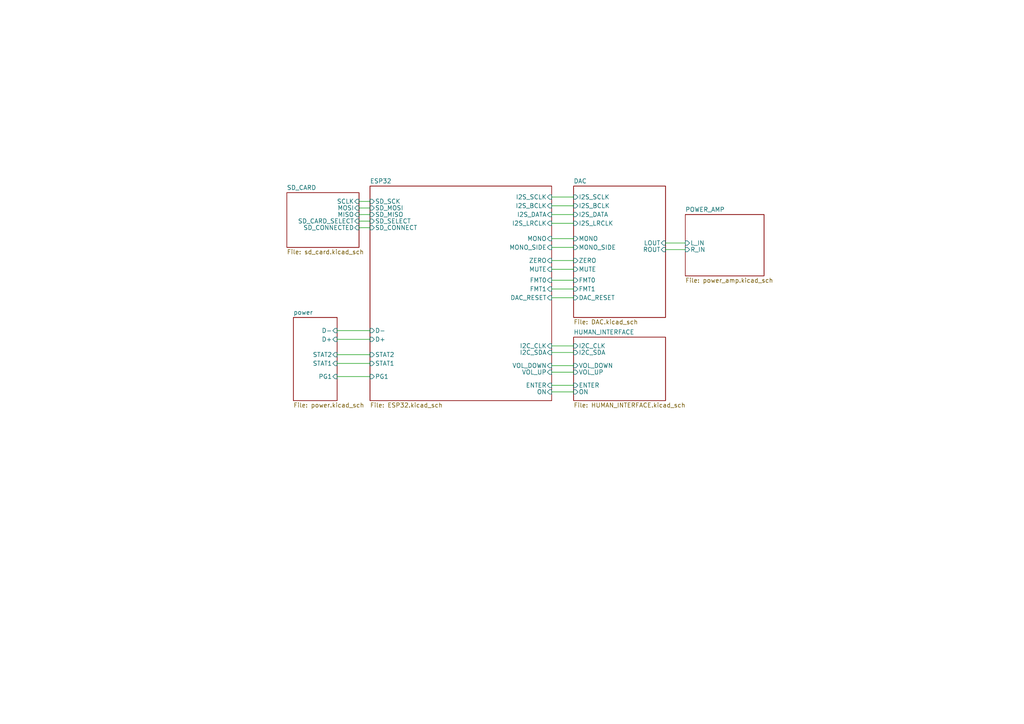
<source format=kicad_sch>
(kicad_sch
	(version 20231120)
	(generator "eeschema")
	(generator_version "8.0")
	(uuid "366408c7-95f8-4e2b-8ac6-1fe76dd858d1")
	(paper "A4")
	(lib_symbols)
	(wire
		(pts
			(xy 193.04 72.39) (xy 198.755 72.39)
		)
		(stroke
			(width 0)
			(type default)
		)
		(uuid "0021886a-7588-4043-8669-5b42a4a1ee95")
	)
	(wire
		(pts
			(xy 104.14 62.23) (xy 107.315 62.23)
		)
		(stroke
			(width 0)
			(type default)
		)
		(uuid "0bbf7055-0e1d-4f3d-b13a-a0fc8d2c29a8")
	)
	(wire
		(pts
			(xy 160.02 111.76) (xy 166.37 111.76)
		)
		(stroke
			(width 0)
			(type default)
		)
		(uuid "1a6d01c6-b188-4ecc-8c96-853420e4f666")
	)
	(wire
		(pts
			(xy 160.02 62.23) (xy 166.37 62.23)
		)
		(stroke
			(width 0)
			(type default)
		)
		(uuid "2498508d-a4be-46dc-8f9d-b83608964225")
	)
	(wire
		(pts
			(xy 160.02 106.045) (xy 166.37 106.045)
		)
		(stroke
			(width 0)
			(type default)
		)
		(uuid "2f0a9935-f8ee-46b4-bde0-7d5b69328bab")
	)
	(wire
		(pts
			(xy 160.02 81.28) (xy 166.37 81.28)
		)
		(stroke
			(width 0)
			(type default)
		)
		(uuid "2f6e25a7-99c4-4ba2-8822-a7b6e36affaf")
	)
	(wire
		(pts
			(xy 160.02 78.105) (xy 166.37 78.105)
		)
		(stroke
			(width 0)
			(type default)
		)
		(uuid "305df5f3-6001-4e12-89fb-277117433d57")
	)
	(wire
		(pts
			(xy 104.14 64.135) (xy 107.315 64.135)
		)
		(stroke
			(width 0)
			(type default)
		)
		(uuid "37cfc9d4-473b-4669-8414-e49b86cca14f")
	)
	(wire
		(pts
			(xy 97.79 109.22) (xy 107.315 109.22)
		)
		(stroke
			(width 0)
			(type default)
		)
		(uuid "399d833a-b9cf-4e89-81ad-f62af06e6d27")
	)
	(wire
		(pts
			(xy 97.79 105.41) (xy 107.315 105.41)
		)
		(stroke
			(width 0)
			(type default)
		)
		(uuid "4e188b44-5f6f-4401-aa3f-aa295518c52f")
	)
	(wire
		(pts
			(xy 160.02 86.36) (xy 166.37 86.36)
		)
		(stroke
			(width 0)
			(type default)
		)
		(uuid "4fcc2716-e39f-4f23-8da0-0bd6b5104421")
	)
	(wire
		(pts
			(xy 97.79 102.87) (xy 107.315 102.87)
		)
		(stroke
			(width 0)
			(type default)
		)
		(uuid "58d8a824-128b-4ff1-a146-5160fffe906a")
	)
	(wire
		(pts
			(xy 160.02 100.33) (xy 166.37 100.33)
		)
		(stroke
			(width 0)
			(type default)
		)
		(uuid "80c29a91-cefe-4b73-b0e9-a1d185b6ec53")
	)
	(wire
		(pts
			(xy 104.14 58.42) (xy 107.315 58.42)
		)
		(stroke
			(width 0)
			(type default)
		)
		(uuid "8ed82b4e-71ed-42d4-b025-d60629c84183")
	)
	(wire
		(pts
			(xy 193.04 70.485) (xy 198.755 70.485)
		)
		(stroke
			(width 0)
			(type default)
		)
		(uuid "931029d8-e16c-45b8-b1a3-7016472b95bd")
	)
	(wire
		(pts
			(xy 160.02 113.665) (xy 166.37 113.665)
		)
		(stroke
			(width 0)
			(type default)
		)
		(uuid "94eab2aa-c4c9-4ddd-81be-65fdbf01ad52")
	)
	(wire
		(pts
			(xy 160.02 59.69) (xy 166.37 59.69)
		)
		(stroke
			(width 0)
			(type default)
		)
		(uuid "9ee6268a-5433-4396-97f3-0fc48542e561")
	)
	(wire
		(pts
			(xy 160.02 102.235) (xy 166.37 102.235)
		)
		(stroke
			(width 0)
			(type default)
		)
		(uuid "a1b5bb5b-0a3c-49ca-9d91-91662e296475")
	)
	(wire
		(pts
			(xy 104.14 66.04) (xy 107.315 66.04)
		)
		(stroke
			(width 0)
			(type default)
		)
		(uuid "a243b5fc-1be6-48c8-9484-07b983659a48")
	)
	(wire
		(pts
			(xy 160.02 64.77) (xy 166.37 64.77)
		)
		(stroke
			(width 0)
			(type default)
		)
		(uuid "b0251f01-598b-4398-a1ae-2a9221e2cf1c")
	)
	(wire
		(pts
			(xy 160.02 107.95) (xy 166.37 107.95)
		)
		(stroke
			(width 0)
			(type default)
		)
		(uuid "c34a8360-208e-40ec-a0d2-907fb2c608c5")
	)
	(wire
		(pts
			(xy 160.02 69.215) (xy 166.37 69.215)
		)
		(stroke
			(width 0)
			(type default)
		)
		(uuid "c6ccb754-2ae0-4a2c-a88f-1fa5cb366699")
	)
	(wire
		(pts
			(xy 160.02 75.565) (xy 166.37 75.565)
		)
		(stroke
			(width 0)
			(type default)
		)
		(uuid "d5823526-89a2-4930-9da3-f94fcfaca662")
	)
	(wire
		(pts
			(xy 160.02 83.82) (xy 166.37 83.82)
		)
		(stroke
			(width 0)
			(type default)
		)
		(uuid "d86e852f-a46f-4adc-b78c-7399ebbcc334")
	)
	(wire
		(pts
			(xy 160.02 57.15) (xy 166.37 57.15)
		)
		(stroke
			(width 0)
			(type default)
		)
		(uuid "e617d9b2-f4b3-4e1b-b2dc-942f9b2a9426")
	)
	(wire
		(pts
			(xy 97.79 98.425) (xy 107.315 98.425)
		)
		(stroke
			(width 0)
			(type default)
		)
		(uuid "e930db44-5c18-472e-a26c-253f15ee06af")
	)
	(wire
		(pts
			(xy 97.79 95.885) (xy 107.315 95.885)
		)
		(stroke
			(width 0)
			(type default)
		)
		(uuid "ef485c45-d89d-4235-b31d-475a9d6aed9a")
	)
	(wire
		(pts
			(xy 104.14 60.325) (xy 107.315 60.325)
		)
		(stroke
			(width 0)
			(type default)
		)
		(uuid "f4e80d83-4ac6-4685-9fd8-b3ddd01cb47f")
	)
	(wire
		(pts
			(xy 160.02 71.755) (xy 166.37 71.755)
		)
		(stroke
			(width 0)
			(type default)
		)
		(uuid "f4f6ec45-90e5-494b-8ef6-e1be994541f1")
	)
	(sheet
		(at 166.37 53.975)
		(size 26.67 38.1)
		(fields_autoplaced yes)
		(stroke
			(width 0.1524)
			(type solid)
		)
		(fill
			(color 0 0 0 0.0000)
		)
		(uuid "3ea5a8ed-d139-4d2a-8c8f-cc5ad9b0fb97")
		(property "Sheetname" "DAC"
			(at 166.37 53.2634 0)
			(effects
				(font
					(size 1.27 1.27)
				)
				(justify left bottom)
			)
		)
		(property "Sheetfile" "DAC.kicad_sch"
			(at 166.37 92.6596 0)
			(effects
				(font
					(size 1.27 1.27)
				)
				(justify left top)
			)
		)
		(pin "MONO" input
			(at 166.37 69.215 180)
			(effects
				(font
					(size 1.27 1.27)
				)
				(justify left)
			)
			(uuid "aa0c6a04-8a28-4ac8-961f-c24daab0826d")
		)
		(pin "MONO_SIDE" input
			(at 166.37 71.755 180)
			(effects
				(font
					(size 1.27 1.27)
				)
				(justify left)
			)
			(uuid "36a1b569-ab5a-429c-b640-817edfaf0931")
		)
		(pin "DAC_RESET" input
			(at 166.37 86.36 180)
			(effects
				(font
					(size 1.27 1.27)
				)
				(justify left)
			)
			(uuid "4aaf9b55-9570-44c2-b629-24409fa6e044")
		)
		(pin "FMT1" input
			(at 166.37 83.82 180)
			(effects
				(font
					(size 1.27 1.27)
				)
				(justify left)
			)
			(uuid "986ad485-9ab6-41b1-9ca5-b667b85c662e")
		)
		(pin "ZERO" input
			(at 166.37 75.565 180)
			(effects
				(font
					(size 1.27 1.27)
				)
				(justify left)
			)
			(uuid "8c07fca8-9340-4d94-840c-37718210b6a3")
		)
		(pin "FMT0" input
			(at 166.37 81.28 180)
			(effects
				(font
					(size 1.27 1.27)
				)
				(justify left)
			)
			(uuid "bee2ca43-1e24-41c2-94c4-f41d61fb0526")
		)
		(pin "I2S_DATA" input
			(at 166.37 62.23 180)
			(effects
				(font
					(size 1.27 1.27)
				)
				(justify left)
			)
			(uuid "1f96d9aa-e78d-4b4d-8cb9-48445bfa0fd3")
		)
		(pin "I2S_LRCLK" input
			(at 166.37 64.77 180)
			(effects
				(font
					(size 1.27 1.27)
				)
				(justify left)
			)
			(uuid "db752dee-5fca-41d6-8fb7-e7b16a12a686")
		)
		(pin "I2S_SCLK" input
			(at 166.37 57.15 180)
			(effects
				(font
					(size 1.27 1.27)
				)
				(justify left)
			)
			(uuid "eaff9e8c-3748-4a7b-b929-b47266156e54")
		)
		(pin "I2S_BCLK" input
			(at 166.37 59.69 180)
			(effects
				(font
					(size 1.27 1.27)
				)
				(justify left)
			)
			(uuid "5006ab76-492f-4840-adc0-54aaecac6fb3")
		)
		(pin "LOUT" input
			(at 193.04 70.485 0)
			(effects
				(font
					(size 1.27 1.27)
				)
				(justify right)
			)
			(uuid "2d9f6273-c6dc-47f9-a569-a3b2863dfdb6")
		)
		(pin "ROUT" input
			(at 193.04 72.39 0)
			(effects
				(font
					(size 1.27 1.27)
				)
				(justify right)
			)
			(uuid "ea1e8937-de16-4e45-b623-bee62a977cd5")
		)
		(pin "MUTE" input
			(at 166.37 78.105 180)
			(effects
				(font
					(size 1.27 1.27)
				)
				(justify left)
			)
			(uuid "19b7d08c-a622-4364-a04f-69b286a38673")
		)
		(instances
			(project "bluetooth_dac"
				(path "/366408c7-95f8-4e2b-8ac6-1fe76dd858d1"
					(page "3")
				)
			)
		)
	)
	(sheet
		(at 107.315 53.975)
		(size 52.705 62.23)
		(fields_autoplaced yes)
		(stroke
			(width 0.1524)
			(type solid)
		)
		(fill
			(color 0 0 0 0.0000)
		)
		(uuid "58489303-f817-451b-a8e4-a96709d37e6b")
		(property "Sheetname" "ESP32"
			(at 107.315 53.2634 0)
			(effects
				(font
					(size 1.27 1.27)
				)
				(justify left bottom)
			)
		)
		(property "Sheetfile" "ESP32.kicad_sch"
			(at 107.315 116.7896 0)
			(effects
				(font
					(size 1.27 1.27)
				)
				(justify left top)
			)
		)
		(pin "STAT2" input
			(at 107.315 102.87 180)
			(effects
				(font
					(size 1.27 1.27)
				)
				(justify left)
			)
			(uuid "4f1a6e29-2e03-447f-8c63-f4cf7ef4417d")
		)
		(pin "STAT1" input
			(at 107.315 105.41 180)
			(effects
				(font
					(size 1.27 1.27)
				)
				(justify left)
			)
			(uuid "39a80b6b-f8fb-4936-86f4-1ee448a9dc21")
		)
		(pin "PG1" input
			(at 107.315 109.22 180)
			(effects
				(font
					(size 1.27 1.27)
				)
				(justify left)
			)
			(uuid "ea5e7f7e-914b-444b-a952-f253488af3e0")
		)
		(pin "SD_MISO" input
			(at 107.315 62.23 180)
			(effects
				(font
					(size 1.27 1.27)
				)
				(justify left)
			)
			(uuid "669e9a42-0384-4223-8d90-891f12a21066")
		)
		(pin "DAC_RESET" input
			(at 160.02 86.36 0)
			(effects
				(font
					(size 1.27 1.27)
				)
				(justify right)
			)
			(uuid "138b72b6-3748-4f47-b10b-724de3bda4fe")
		)
		(pin "SD_MOSI" input
			(at 107.315 60.325 180)
			(effects
				(font
					(size 1.27 1.27)
				)
				(justify left)
			)
			(uuid "8c80438d-db19-40b9-be89-45da7b0bf0d0")
		)
		(pin "SD_SCK" input
			(at 107.315 58.42 180)
			(effects
				(font
					(size 1.27 1.27)
				)
				(justify left)
			)
			(uuid "019d6bb1-e40f-4a3c-a0a9-1f4480a71724")
		)
		(pin "FMT1" input
			(at 160.02 83.82 0)
			(effects
				(font
					(size 1.27 1.27)
				)
				(justify right)
			)
			(uuid "1b102cc4-6172-435a-9206-e1577e507b97")
		)
		(pin "SD_SELECT" input
			(at 107.315 64.135 180)
			(effects
				(font
					(size 1.27 1.27)
				)
				(justify left)
			)
			(uuid "5a034af8-3b7c-4db3-9b97-3d160153b8cb")
		)
		(pin "FMT0" input
			(at 160.02 81.28 0)
			(effects
				(font
					(size 1.27 1.27)
				)
				(justify right)
			)
			(uuid "b0e5d26d-6e07-4092-bfa4-420b038ae666")
		)
		(pin "I2S_DATA" input
			(at 160.02 62.23 0)
			(effects
				(font
					(size 1.27 1.27)
				)
				(justify right)
			)
			(uuid "08f69e14-3509-45de-b779-03b60ddc50c9")
		)
		(pin "I2S_LRCLK" input
			(at 160.02 64.77 0)
			(effects
				(font
					(size 1.27 1.27)
				)
				(justify right)
			)
			(uuid "3bec207f-4ced-4899-bb8a-098fa3acb9c0")
		)
		(pin "I2S_SCLK" input
			(at 160.02 57.15 0)
			(effects
				(font
					(size 1.27 1.27)
				)
				(justify right)
			)
			(uuid "080c84e0-9056-444c-9481-1c3ea832100b")
		)
		(pin "I2S_BCLK" input
			(at 160.02 59.69 0)
			(effects
				(font
					(size 1.27 1.27)
				)
				(justify right)
			)
			(uuid "b250d3e8-d18c-4e68-bccb-d4b42bd6323a")
		)
		(pin "SD_CONNECT" input
			(at 107.315 66.04 180)
			(effects
				(font
					(size 1.27 1.27)
				)
				(justify left)
			)
			(uuid "df4b8f11-f1ce-4f67-aa5c-ae8502cbda51")
		)
		(pin "MUTE" input
			(at 160.02 78.105 0)
			(effects
				(font
					(size 1.27 1.27)
				)
				(justify right)
			)
			(uuid "484906d0-031c-4d16-bb04-58a480bd824a")
		)
		(pin "ZERO" input
			(at 160.02 75.565 0)
			(effects
				(font
					(size 1.27 1.27)
				)
				(justify right)
			)
			(uuid "5ade9cd9-3015-408d-82b9-4c999a39e2bf")
		)
		(pin "MONO_SIDE" input
			(at 160.02 71.755 0)
			(effects
				(font
					(size 1.27 1.27)
				)
				(justify right)
			)
			(uuid "cd3f23be-9a8a-4a57-9b14-59ce44b6f6ef")
		)
		(pin "MONO" input
			(at 160.02 69.215 0)
			(effects
				(font
					(size 1.27 1.27)
				)
				(justify right)
			)
			(uuid "ff49aa11-92c3-4888-b395-9472be054895")
		)
		(pin "D-" input
			(at 107.315 95.885 180)
			(effects
				(font
					(size 1.27 1.27)
				)
				(justify left)
			)
			(uuid "b8848cc3-8a1b-434e-a076-926ade437930")
		)
		(pin "D+" input
			(at 107.315 98.425 180)
			(effects
				(font
					(size 1.27 1.27)
				)
				(justify left)
			)
			(uuid "da5ad354-95ed-4ca5-93e3-19fc7743a9dd")
		)
		(pin "ON" input
			(at 160.02 113.665 0)
			(effects
				(font
					(size 1.27 1.27)
				)
				(justify right)
			)
			(uuid "e044c10b-c7a6-401e-b6a1-e019b901e32f")
		)
		(pin "I2C_CLK" input
			(at 160.02 100.33 0)
			(effects
				(font
					(size 1.27 1.27)
				)
				(justify right)
			)
			(uuid "86041515-8173-4201-b385-b0e5cc2356c8")
		)
		(pin "I2C_SDA" input
			(at 160.02 102.235 0)
			(effects
				(font
					(size 1.27 1.27)
				)
				(justify right)
			)
			(uuid "091095d4-35e0-4623-a872-651140b495fc")
		)
		(pin "VOL_UP" input
			(at 160.02 107.95 0)
			(effects
				(font
					(size 1.27 1.27)
				)
				(justify right)
			)
			(uuid "c18fe0c7-c463-457e-8ca2-2a92bcd44c8c")
		)
		(pin "VOL_DOWN" input
			(at 160.02 106.045 0)
			(effects
				(font
					(size 1.27 1.27)
				)
				(justify right)
			)
			(uuid "6a24ab97-c0f4-43ad-b777-b3250598e5ab")
		)
		(pin "ENTER" input
			(at 160.02 111.76 0)
			(effects
				(font
					(size 1.27 1.27)
				)
				(justify right)
			)
			(uuid "f183e542-5f4f-42dc-adaa-82c98266be0f")
		)
		(instances
			(project "bluetooth_dac"
				(path "/366408c7-95f8-4e2b-8ac6-1fe76dd858d1"
					(page "5")
				)
			)
		)
	)
	(sheet
		(at 83.185 55.88)
		(size 20.955 15.875)
		(fields_autoplaced yes)
		(stroke
			(width 0.1524)
			(type solid)
		)
		(fill
			(color 0 0 0 0.0000)
		)
		(uuid "abfd6d6b-dfce-45aa-844b-956ad424edb8")
		(property "Sheetname" "SD_CARD"
			(at 83.185 55.1684 0)
			(effects
				(font
					(size 1.27 1.27)
				)
				(justify left bottom)
			)
		)
		(property "Sheetfile" "sd_card.kicad_sch"
			(at 83.185 72.3396 0)
			(effects
				(font
					(size 1.27 1.27)
				)
				(justify left top)
			)
		)
		(pin "SCLK" input
			(at 104.14 58.42 0)
			(effects
				(font
					(size 1.27 1.27)
				)
				(justify right)
			)
			(uuid "17cae212-9563-442a-a87f-f24afea29714")
		)
		(pin "SD_CONNECTED" input
			(at 104.14 66.04 0)
			(effects
				(font
					(size 1.27 1.27)
				)
				(justify right)
			)
			(uuid "b7a0de82-1e16-4256-9f99-d2cdd63beaf1")
		)
		(pin "MISO" input
			(at 104.14 62.23 0)
			(effects
				(font
					(size 1.27 1.27)
				)
				(justify right)
			)
			(uuid "1ecd09f9-0882-4dcf-ac36-8d34423814c9")
		)
		(pin "MOSI" input
			(at 104.14 60.325 0)
			(effects
				(font
					(size 1.27 1.27)
				)
				(justify right)
			)
			(uuid "d139f485-c605-4870-b39e-b5beba2c053e")
		)
		(pin "SD_CARD_SELECT" input
			(at 104.14 64.135 0)
			(effects
				(font
					(size 1.27 1.27)
				)
				(justify right)
			)
			(uuid "88e4d5c0-6631-4dd0-ac25-7b01665d8f34")
		)
		(instances
			(project "bluetooth_dac"
				(path "/366408c7-95f8-4e2b-8ac6-1fe76dd858d1"
					(page "4")
				)
			)
		)
	)
	(sheet
		(at 198.755 62.23)
		(size 22.86 17.78)
		(fields_autoplaced yes)
		(stroke
			(width 0.1524)
			(type solid)
		)
		(fill
			(color 0 0 0 0.0000)
		)
		(uuid "ad38e6f8-2c38-4547-8d09-711f2da8495e")
		(property "Sheetname" "POWER_AMP"
			(at 198.755 61.5184 0)
			(effects
				(font
					(size 1.27 1.27)
				)
				(justify left bottom)
			)
		)
		(property "Sheetfile" "power_amp.kicad_sch"
			(at 198.755 80.5946 0)
			(effects
				(font
					(size 1.27 1.27)
				)
				(justify left top)
			)
		)
		(pin "R_IN" input
			(at 198.755 72.39 180)
			(effects
				(font
					(size 1.27 1.27)
				)
				(justify left)
			)
			(uuid "3073ac69-b61d-4c70-ac95-244f922cb0e0")
		)
		(pin "L_IN" input
			(at 198.755 70.485 180)
			(effects
				(font
					(size 1.27 1.27)
				)
				(justify left)
			)
			(uuid "74455b2f-970f-47be-bd80-065a1373d46f")
		)
		(instances
			(project "bluetooth_dac"
				(path "/366408c7-95f8-4e2b-8ac6-1fe76dd858d1"
					(page "7")
				)
			)
		)
	)
	(sheet
		(at 85.09 92.075)
		(size 12.7 24.13)
		(fields_autoplaced yes)
		(stroke
			(width 0.1524)
			(type solid)
		)
		(fill
			(color 0 0 0 0.0000)
		)
		(uuid "adc31b6b-a887-4b22-8f36-06567b477763")
		(property "Sheetname" "power"
			(at 85.09 91.3634 0)
			(effects
				(font
					(size 1.27 1.27)
				)
				(justify left bottom)
			)
		)
		(property "Sheetfile" "power.kicad_sch"
			(at 85.09 116.7896 0)
			(effects
				(font
					(size 1.27 1.27)
				)
				(justify left top)
			)
		)
		(property "Field2" ""
			(at 85.09 92.075 0)
			(effects
				(font
					(size 1.27 1.27)
				)
				(hide yes)
			)
		)
		(pin "D-" input
			(at 97.79 95.885 0)
			(effects
				(font
					(size 1.27 1.27)
				)
				(justify right)
			)
			(uuid "e212f119-1fd0-4402-b72b-0a7b01072129")
		)
		(pin "D+" input
			(at 97.79 98.425 0)
			(effects
				(font
					(size 1.27 1.27)
				)
				(justify right)
			)
			(uuid "859a3ebb-2ecd-4740-be6f-aa27b502ce1f")
		)
		(pin "STAT2" input
			(at 97.79 102.87 0)
			(effects
				(font
					(size 1.27 1.27)
				)
				(justify right)
			)
			(uuid "3104fdc9-cbd6-4b70-8d27-d9025ffc1622")
		)
		(pin "PG1" input
			(at 97.79 109.22 0)
			(effects
				(font
					(size 1.27 1.27)
				)
				(justify right)
			)
			(uuid "58ac3370-80c9-48c8-8d39-90a0e987d2b8")
		)
		(pin "STAT1" input
			(at 97.79 105.41 0)
			(effects
				(font
					(size 1.27 1.27)
				)
				(justify right)
			)
			(uuid "dbf1c78a-0f92-4af6-871d-4a834b26e640")
		)
		(instances
			(project "bluetooth_dac"
				(path "/366408c7-95f8-4e2b-8ac6-1fe76dd858d1"
					(page "2")
				)
			)
		)
	)
	(sheet
		(at 166.37 97.79)
		(size 26.67 18.415)
		(fields_autoplaced yes)
		(stroke
			(width 0.1524)
			(type solid)
		)
		(fill
			(color 0 0 0 0.0000)
		)
		(uuid "eebd0608-244e-4890-8f38-dde03f5de60c")
		(property "Sheetname" "HUMAN_INTERFACE"
			(at 166.37 97.0784 0)
			(effects
				(font
					(size 1.27 1.27)
				)
				(justify left bottom)
			)
		)
		(property "Sheetfile" "HUMAN_INTERFACE.kicad_sch"
			(at 166.37 116.7896 0)
			(effects
				(font
					(size 1.27 1.27)
				)
				(justify left top)
			)
		)
		(pin "VOL_DOWN" input
			(at 166.37 106.045 180)
			(effects
				(font
					(size 1.27 1.27)
				)
				(justify left)
			)
			(uuid "a7d99ba4-d898-4d16-9ba0-08ee2789d65e")
		)
		(pin "VOL_UP" input
			(at 166.37 107.95 180)
			(effects
				(font
					(size 1.27 1.27)
				)
				(justify left)
			)
			(uuid "77ba2748-e123-42bc-b3b7-1a3669d39b04")
		)
		(pin "ENTER" input
			(at 166.37 111.76 180)
			(effects
				(font
					(size 1.27 1.27)
				)
				(justify left)
			)
			(uuid "fef314a1-b7e9-4d73-b455-6f0e03945e30")
		)
		(pin "ON" input
			(at 166.37 113.665 180)
			(effects
				(font
					(size 1.27 1.27)
				)
				(justify left)
			)
			(uuid "a32fdf79-cb4f-406e-8054-c3f8f4f4914e")
		)
		(pin "I2C_CLK" input
			(at 166.37 100.33 180)
			(effects
				(font
					(size 1.27 1.27)
				)
				(justify left)
			)
			(uuid "635c1729-d09b-40bd-ba3c-467bd5522621")
		)
		(pin "I2C_SDA" input
			(at 166.37 102.235 180)
			(effects
				(font
					(size 1.27 1.27)
				)
				(justify left)
			)
			(uuid "22154d62-dd36-4f17-bd34-a2d18c23d53a")
		)
		(instances
			(project "bluetooth_dac"
				(path "/366408c7-95f8-4e2b-8ac6-1fe76dd858d1"
					(page "6")
				)
			)
		)
	)
	(sheet_instances
		(path "/"
			(page "1")
		)
	)
)
</source>
